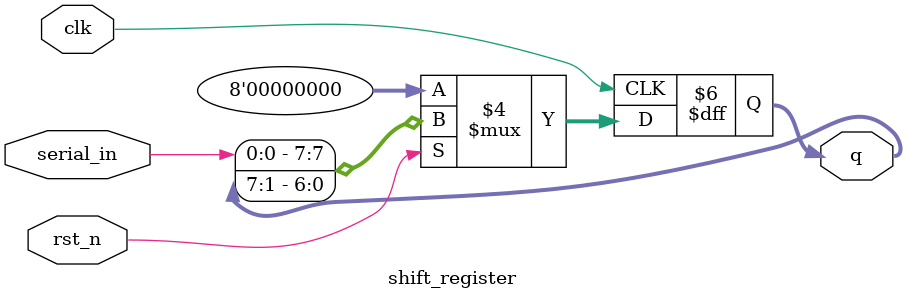
<source format=sv>

module shift_register #(
    parameter N = 8  // Width of the shift register
)(
    input  logic clk,         // Clock input
    input  logic rst_n,       // Active-low synchronous reset
    input  logic serial_in,   // Serial data input (MSB side)
    output logic [N-1:0] q    // Register output
);

    // Sequential logic for shifting
    always_ff @(posedge clk) begin
        if (!rst_n) begin
            // Reset the register to 0
            q <= '0;
        end else begin
            // Right shift by 1, input comes in from MSB
            q <= {serial_in, q[N-1:1]};
        end
    end

endmodule

</source>
